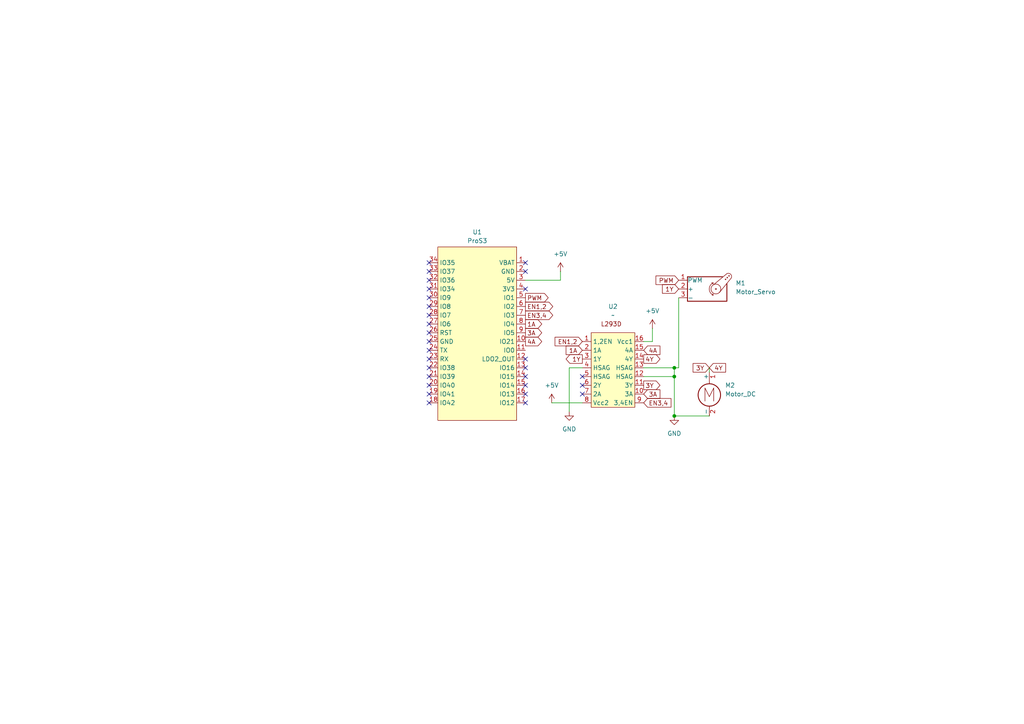
<source format=kicad_sch>
(kicad_sch (version 20231120) (generator "eeschema") (generator_version "8.0")
  (paper "A4")
  (lib_symbols
    (symbol "Motor:Motor_DC" (pin_names (offset 0))
      (property "Reference" "M" (at 2.54 2.54 0))
      (property "Value" "Motor_DC" (at 2.54 -5.08 0))
      (symbol "Motor_DC_0_0"
        (polyline (pts (xy -1.27 -3.302) (xy -1.27 0.508) (xy 0 -2.032) (xy 1.27 0.508) (xy 1.27 -3.302)))
      )
      (symbol "Motor_DC_0_1"
        (circle (center 0 -1.524) (radius 3.2512) (stroke (width 0.254)))
        (polyline (pts (xy 0 -7.62) (xy 0 -7.112)))
        (polyline (pts (xy 0 -4.7752) (xy 0 -5.1816)))
        (polyline (pts (xy 0 1.7272) (xy 0 2.0828)))
        (polyline (pts (xy 0 2.032) (xy 0 2.54)))
      )
      (symbol "Motor_DC_1_1"
        (pin passive line (at 0 5.08 270) (length 2.54) (name "+") (number "1"))
        (pin passive line (at 0 -7.62 90) (length 2.54) (name "-") (number "2"))
      )
    )
    (symbol "Motor:Motor_Servo" (pin_names (offset 0.0254))
      (property "Reference" "M" (at -5.08 4.445 0))
      (property "Value" "Motor_Servo" (at -5.08 -4.064 0))
      (symbol "Motor_Servo_0_1"
        (polyline (pts (xy 2.413 -1.778) (xy 2.032 -1.778)))
        (polyline (pts (xy 2.413 -1.778) (xy 2.286 -1.397)))
        (polyline (pts (xy 2.413 1.778) (xy 1.905 1.778)))
        (polyline (pts (xy 2.413 1.778) (xy 2.286 1.397)))
        (polyline (pts (xy 6.35 4.445) (xy 2.54 1.27)))
        (polyline (pts (xy 7.62 3.175) (xy 4.191 -1.016)))
        (polyline (pts (xy 5.08 3.556) (xy -5.08 3.556) (xy -5.08 -3.556) (xy 6.35 -3.556) (xy 6.35 1.524)) (stroke (width 0.254)))
        (arc (start 2.413 1.778) (mid 1.2406 0) (end 2.413 -1.778))
        (circle (center 3.175 0) (radius 0.1778))
        (circle (center 3.175 0) (radius 1.4224))
        (circle (center 5.969 2.794) (radius 0.127))
        (circle (center 6.477 3.302) (radius 0.127))
        (circle (center 6.985 3.81) (radius 0.127))
        (arc (start 7.62 3.175) (mid 7.4485 4.2735) (end 6.35 4.445))
      )
      (symbol "Motor_Servo_1_1"
        (pin passive line (at -7.62 2.54 0) (length 2.54) (name "PWM") (number "1"))
        (pin passive line (at -7.62 0 0) (length 2.54) (name "+") (number "2"))
        (pin passive line (at -7.62 -2.54 0) (length 2.54) (name "-") (number "3"))
      )
    )
    (symbol "ProS3:ProS3"
      (property "Reference" "U" (at 0 -28.956 0))
      (property "Value" "ProS3" (at -0.508 27.178 0))
      (symbol "ProS3_1_1"
        (rectangle (start -11.43 24.892) (end 11.43 -25.4) (stroke (width 0.1524)) (fill (type background)))
        (pin power_in line (at 13.97 20.32 180) (length 2.54) (name "VBAT") (number "1"))
        (pin bidirectional line (at 13.97 -2.54 180) (length 2.54) (name "IO21") (number "10"))
        (pin bidirectional line (at 13.97 -5.08 180) (length 2.54) (name "IO0") (number "11"))
        (pin power_out line (at 13.97 -7.62 180) (length 2.54) (name "LDO2_OUT") (number "12"))
        (pin bidirectional line (at 13.97 -10.16 180) (length 2.54) (name "IO16") (number "13"))
        (pin bidirectional line (at 13.97 -12.7 180) (length 2.54) (name "IO15") (number "14"))
        (pin bidirectional line (at 13.97 -15.24 180) (length 2.54) (name "IO14") (number "15"))
        (pin bidirectional line (at 13.97 -17.78 180) (length 2.54) (name "IO13") (number "16"))
        (pin bidirectional line (at 13.97 -20.32 180) (length 2.54) (name "IO12") (number "17"))
        (pin bidirectional line (at -13.97 -20.32 0) (length 2.54) (name "IO42") (number "18"))
        (pin bidirectional line (at -13.97 -17.78 0) (length 2.54) (name "IO41") (number "19"))
        (pin power_in line (at 13.97 17.78 180) (length 2.54) (name "GND") (number "2"))
        (pin bidirectional line (at -13.97 -15.24 0) (length 2.54) (name "IO40") (number "20"))
        (pin bidirectional line (at -13.97 -12.7 0) (length 2.54) (name "IO39") (number "21"))
        (pin bidirectional line (at -13.97 -10.16 0) (length 2.54) (name "IO38") (number "22"))
        (pin bidirectional line (at -13.97 -7.62 0) (length 2.54) (name "RX") (number "23"))
        (pin bidirectional line (at -13.97 -5.08 0) (length 2.54) (name "TX") (number "24"))
        (pin power_in line (at -13.97 -2.54 0) (length 2.54) (name "GND") (number "25"))
        (pin input line (at -13.97 0 0) (length 2.54) (name "RST") (number "26"))
        (pin bidirectional line (at -13.97 2.54 0) (length 2.54) (name "IO6") (number "27"))
        (pin bidirectional line (at -13.97 5.08 0) (length 2.54) (name "IO7") (number "28"))
        (pin bidirectional line (at -13.97 7.62 0) (length 2.54) (name "IO8") (number "29"))
        (pin power_in line (at 13.97 15.24 180) (length 2.54) (name "5V") (number "3"))
        (pin bidirectional line (at -13.97 10.16 0) (length 2.54) (name "IO9") (number "30"))
        (pin bidirectional line (at -13.97 12.7 0) (length 2.54) (name "IO34") (number "31"))
        (pin bidirectional line (at -13.97 15.24 0) (length 2.54) (name "IO36") (number "32"))
        (pin bidirectional line (at -13.97 17.78 0) (length 2.54) (name "IO37") (number "33"))
        (pin bidirectional line (at -13.97 20.32 0) (length 2.54) (name "IO35") (number "34"))
        (pin power_in line (at 13.97 12.7 180) (length 2.54) (name "3V3") (number "4"))
        (pin bidirectional line (at 13.97 10.16 180) (length 2.54) (name "IO1") (number "5"))
        (pin bidirectional line (at 13.97 7.62 180) (length 2.54) (name "IO2") (number "6"))
        (pin bidirectional line (at 13.97 5.08 180) (length 2.54) (name "IO3") (number "7"))
        (pin bidirectional line (at 13.97 2.54 180) (length 2.54) (name "IO4") (number "8"))
        (pin bidirectional line (at 13.97 0 180) (length 2.54) (name "IO5") (number "9"))
      )
    )
    (symbol "power:+5V" (power) (pin_numbers hide) (pin_names (offset 0) hide)
      (property "Value" "+5V" (at 0 3.556 0))
      (symbol "+5V_0_1"
        (polyline (pts (xy -0.762 1.27) (xy 0 2.54)))
        (polyline (pts (xy 0 0) (xy 0 2.54)))
        (polyline (pts (xy 0 2.54) (xy 0.762 1.27)))
      )
      (symbol "+5V_1_1"
        (pin power_in line (at 0 0 90) (length 0) (name "~") (number "1"))
      )
    )
    (symbol "power:GND" (power) (pin_numbers hide) (pin_names (offset 0) hide)
      (property "Value" "GND" (at 0 -3.81 0))
      (symbol "GND_0_1"
        (polyline (pts (xy 0 0) (xy 0 -1.27) (xy 1.27 -1.27) (xy 0 -2.54) (xy -1.27 -1.27) (xy 0 -1.27)))
      )
      (symbol "GND_1_1"
        (pin power_in line (at 0 0 270) (length 0) (name "~") (number "1"))
      )
    )
    (symbol "projectBaad:L293D_MD"
      (property "Reference" "U" (at 8.128 8.382 0))
      (symbol "L293D_MD_0_0"
        (pin input line (at 0 0 0) (length 2.54) (name "1,2EN") (number "1"))
        (pin input line (at 17.78 -15.24 180) (length 2.54) (name "3A") (number "10"))
        (pin output line (at 17.78 -12.7 180) (length 2.54) (name "3Y") (number "11"))
        (pin output line (at 17.78 -10.16 180) (length 2.54) (name "HSAG") (number "12"))
        (pin output line (at 17.78 -7.62 180) (length 2.54) (name "HSAG") (number "13"))
        (pin output line (at 17.78 -5.08 180) (length 2.54) (name "4Y") (number "14"))
        (pin input line (at 17.78 -2.54 180) (length 2.54) (name "4A") (number "15"))
        (pin input line (at 17.78 0 180) (length 2.54) (name "Vcc1") (number "16"))
        (pin input line (at 0 -2.54 0) (length 2.54) (name "1A") (number "2"))
        (pin output line (at 0 -5.08 0) (length 2.54) (name "1Y") (number "3"))
        (pin output line (at 0 -7.62 0) (length 2.54) (name "HSAG") (number "4"))
        (pin output line (at 0 -10.16 0) (length 2.54) (name "HSAG") (number "5"))
        (pin output line (at 0 -12.7 0) (length 2.54) (name "2Y") (number "6"))
        (pin input line (at 0 -15.24 0) (length 2.54) (name "2A") (number "7"))
        (pin input line (at 0 -17.78 0) (length 2.54) (name "Vcc2") (number "8"))
        (pin input line (at 17.78 -17.78 180) (length 2.54) (name "3,4EN") (number "9"))
      )
      (symbol "L293D_MD_1_1"
        (rectangle (start 2.54 2.54) (end 15.24 -19.05) (fill (type background)))
        (text "L293D" (at 8.382 5.08 0) (effects (font (size 1.27 1.27))))
      )
    )
  )
  (junction (at 195.58 109.22))
  (junction (at 195.58 120.65))
  (junction (at 195.58 106.68))
  (no_connect (at 124.46 96.52))
  (no_connect (at 124.46 93.98))
  (no_connect (at 152.4 114.3))
  (no_connect (at 152.4 76.2))
  (no_connect (at 124.46 88.9))
  (no_connect (at 152.4 83.82))
  (no_connect (at 124.46 83.82))
  (no_connect (at 124.46 86.36))
  (no_connect (at 124.46 116.84))
  (no_connect (at 124.46 99.06))
  (no_connect (at 124.46 106.68))
  (no_connect (at 124.46 111.76))
  (no_connect (at 152.4 116.84))
  (no_connect (at 168.91 109.22))
  (no_connect (at 152.4 78.74))
  (no_connect (at 124.46 78.74))
  (no_connect (at 124.46 76.2))
  (no_connect (at 168.91 114.3))
  (no_connect (at 168.91 111.76))
  (no_connect (at 152.4 109.22))
  (no_connect (at 152.4 111.76))
  (no_connect (at 124.46 101.6))
  (no_connect (at 124.46 81.28))
  (no_connect (at 124.46 91.44))
  (no_connect (at 152.4 106.68))
  (no_connect (at 152.4 104.14))
  (no_connect (at 124.46 109.22))
  (no_connect (at 124.46 104.14))
  (no_connect (at 124.46 114.3))
  (wire (pts (xy 160.02 116.84) (xy 168.91 116.84)))
  (wire (pts (xy 152.4 81.28) (xy 162.56 81.28)))
  (wire (pts (xy 195.58 120.65) (xy 205.74 120.65)))
  (wire (pts (xy 186.69 99.06) (xy 189.23 99.06)))
  (wire (pts (xy 195.58 109.22) (xy 195.58 120.65)))
  (wire (pts (xy 196.85 106.68) (xy 195.58 106.68)))
  (wire (pts (xy 196.85 86.36) (xy 196.85 106.68)))
  (wire (pts (xy 165.1 106.68) (xy 165.1 119.38)))
  (wire (pts (xy 189.23 99.06) (xy 189.23 95.25)))
  (wire (pts (xy 205.74 107.95) (xy 205.74 106.68)))
  (wire (pts (xy 195.58 106.68) (xy 195.58 109.22)))
  (wire (pts (xy 186.69 109.22) (xy 195.58 109.22)))
  (wire (pts (xy 186.69 106.68) (xy 195.58 106.68)))
  (wire (pts (xy 168.91 106.68) (xy 165.1 106.68)))
  (wire (pts (xy 162.56 81.28) (xy 162.56 78.74)))
  (global_label "3A" (shape input) (at 186.69 114.3 0) (property "Intersheetrefs" "${INTERSHEET_REFS}" (effects (hide yes))))
  (global_label "4A" (shape output) (at 152.4 99.06 0) (property "Intersheetrefs" "${INTERSHEET_REFS}" (effects (hide yes))))
  (global_label "1Y" (shape output) (at 168.91 104.14 180) (property "Intersheetrefs" "${INTERSHEET_REFS}" (effects (hide yes))))
  (global_label "EN3,4" (shape output) (at 152.4 91.44 0) (property "Intersheetrefs" "${INTERSHEET_REFS}" (effects (hide yes))))
  (global_label "EN1,2" (shape output) (at 152.4 88.9 0) (property "Intersheetrefs" "${INTERSHEET_REFS}" (effects (hide yes))))
  (global_label "3Y" (shape output) (at 186.69 111.76 0) (property "Intersheetrefs" "${INTERSHEET_REFS}" (effects (hide yes))))
  (global_label "3A" (shape output) (at 152.4 96.52 0) (property "Intersheetrefs" "${INTERSHEET_REFS}" (effects (hide yes))))
  (global_label "EN3,4" (shape input) (at 186.69 116.84 0) (property "Intersheetrefs" "${INTERSHEET_REFS}" (effects (hide yes))))
  (global_label "4Y" (shape input) (at 205.74 106.68 0) (property "Intersheetrefs" "${INTERSHEET_REFS}" (effects (hide yes))))
  (global_label "1A" (shape input) (at 168.91 101.6 180) (property "Intersheetrefs" "${INTERSHEET_REFS}" (effects (hide yes))))
  (global_label "3Y" (shape input) (at 205.74 106.68 180) (property "Intersheetrefs" "${INTERSHEET_REFS}" (effects (hide yes))))
  (global_label "PWM" (shape output) (at 152.4 86.36 0) (property "Intersheetrefs" "${INTERSHEET_REFS}" (effects (hide yes))))
  (global_label "EN1,2" (shape input) (at 168.91 99.06 180) (property "Intersheetrefs" "${INTERSHEET_REFS}" (effects (hide yes))))
  (global_label "4A" (shape input) (at 186.69 101.6 0) (property "Intersheetrefs" "${INTERSHEET_REFS}" (effects (hide yes))))
  (global_label "1A" (shape output) (at 152.4 93.98 0) (property "Intersheetrefs" "${INTERSHEET_REFS}" (effects (hide yes))))
  (global_label "4Y" (shape output) (at 186.69 104.14 0) (property "Intersheetrefs" "${INTERSHEET_REFS}" (effects (hide yes))))
  (global_label "PWM" (shape input) (at 196.85 81.28 180) (property "Intersheetrefs" "${INTERSHEET_REFS}" (effects (hide yes))))
  (global_label "1Y" (shape input) (at 196.85 83.82 180) (property "Intersheetrefs" "${INTERSHEET_REFS}" (effects (hide yes))))
  (symbol (lib_id "power:+5V") (at 162.56 78.74 0) (unit 1)
    (property "Reference" "#PWR03" (effects (hide yes)))
    (property "Value" "+5V" (at 162.56 73.66 0))
    (property "Description" "Power symbol creates a global label with name \"+5V\"" (effects (hide yes)))
  )
  (symbol (lib_id "projectBaad:L293D_MD") (at 168.91 99.06 0) (unit 1)
    (property "Reference" "U2" (at 177.8 88.9 0))
    (property "Value" "~" (at 177.8 91.44 0))
  )
  (symbol (lib_id "power:+5V") (at 160.02 116.84 0) (unit 1)
    (property "Reference" "#PWR02" (effects (hide yes)))
    (property "Value" "+5V" (at 160.02 111.76 0))
    (property "Description" "Power symbol creates a global label with name \"+5V\"" (effects (hide yes)))
  )
  (symbol (lib_id "Motor:Motor_DC") (at 205.74 113.03 0) (unit 1)
    (property "Reference" "M2" (at 210.312 111.76 0) (effects (justify left)))
    (property "Value" "Motor_DC" (at 210.312 114.3 0) (effects (justify left)))
    (property "Description" "DC Motor" (effects (hide yes)))
  )
  (symbol (lib_id "power:+5V") (at 189.23 95.25 0) (unit 1)
    (property "Reference" "#PWR01" (effects (hide yes)))
    (property "Value" "+5V" (at 189.23 90.17 0))
    (property "Description" "Power symbol creates a global label with name \"+5V\"" (effects (hide yes)))
  )
  (symbol (lib_id "power:GND") (at 195.58 120.65 0) (unit 1)
    (property "Reference" "#PWR04" (effects (hide yes)))
    (property "Value" "GND" (at 195.58 125.73 0))
    (property "Description" "Power symbol creates a global label with name \"GND\" , ground" (effects (hide yes)))
  )
  (symbol (lib_id "ProS3:ProS3") (at 138.43 96.52 0) (unit 1)
    (property "Reference" "U1" (at 138.43 67.31 0))
    (property "Value" "ProS3" (at 138.43 69.85 0))
    (property "Footprint" "footprints:ProS3_TH" (effects (hide yes)))
  )
  (symbol (lib_id "Motor:Motor_Servo") (at 204.47 83.82 0) (unit 1)
    (property "Reference" "M1" (at 213.36 82.1165 0) (effects (justify left)))
    (property "Value" "Motor_Servo" (at 213.36 84.6565 0) (effects (justify left)))
    (property "Datasheet" "http://forums.parallax.com/uploads/attachments/46831/74481.png" (effects (hide yes)))
    (property "Description" "Servo Motor (Futaba, HiTec, JR connector)" (effects (hide yes)))
  )
  (symbol (lib_id "power:GND") (at 165.1 119.38 0) (unit 1)
    (property "Reference" "#PWR05" (effects (hide yes)))
    (property "Value" "GND" (at 165.1 124.46 0))
    (property "Description" "Power symbol creates a global label with name \"GND\" , ground" (effects (hide yes)))
  )
)
</source>
